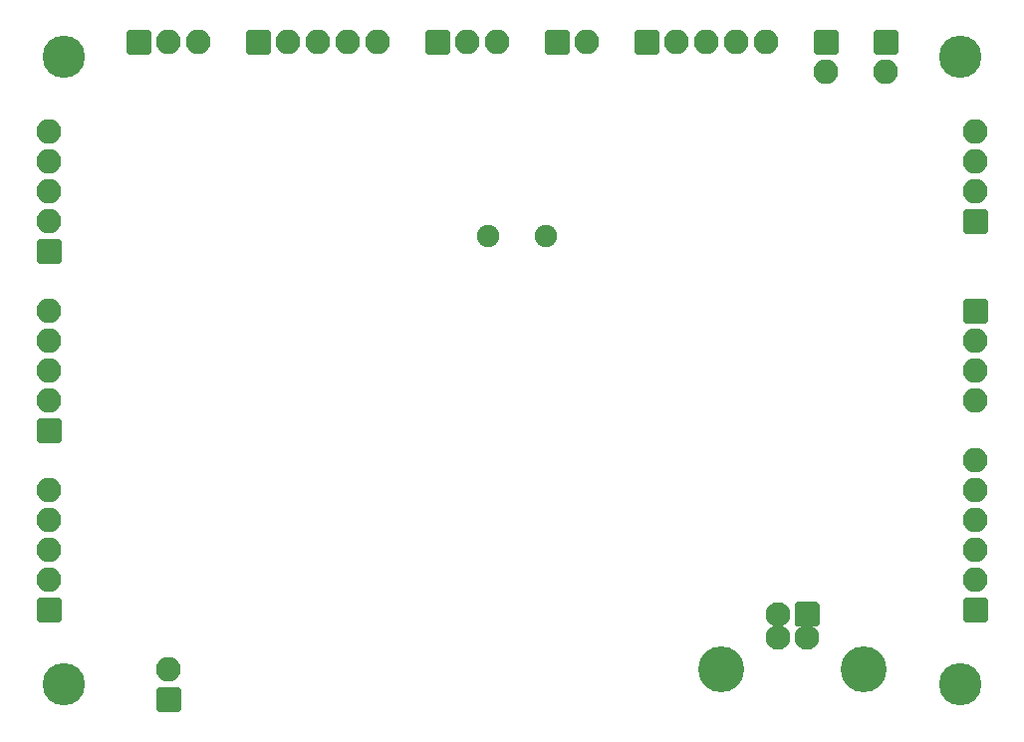
<source format=gbs>
G04 #@! TF.GenerationSoftware,KiCad,Pcbnew,(5.1.9)-1*
G04 #@! TF.CreationDate,2022-04-19T13:51:38+02:00*
G04 #@! TF.ProjectId,thrust_v2,74687275-7374-45f7-9632-2e6b69636164,2.0.3*
G04 #@! TF.SameCoordinates,Original*
G04 #@! TF.FileFunction,Soldermask,Bot*
G04 #@! TF.FilePolarity,Negative*
%FSLAX46Y46*%
G04 Gerber Fmt 4.6, Leading zero omitted, Abs format (unit mm)*
G04 Created by KiCad (PCBNEW (5.1.9)-1) date 2022-04-19 13:51:38*
%MOMM*%
%LPD*%
G01*
G04 APERTURE LIST*
%ADD10C,3.900000*%
%ADD11C,2.100000*%
%ADD12O,2.100000X2.100000*%
%ADD13C,1.900000*%
%ADD14C,3.600000*%
G04 APERTURE END LIST*
D10*
X161290000Y-121920000D03*
X173330000Y-121920000D03*
D11*
X168560000Y-119210000D03*
X166060000Y-119210000D03*
X166060000Y-117210000D03*
G36*
G01*
X167710000Y-116160000D02*
X169410000Y-116160000D01*
G75*
G02*
X169610000Y-116360000I0J-200000D01*
G01*
X169610000Y-118060000D01*
G75*
G02*
X169410000Y-118260000I-200000J0D01*
G01*
X167710000Y-118260000D01*
G75*
G02*
X167510000Y-118060000I0J200000D01*
G01*
X167510000Y-116360000D01*
G75*
G02*
X167710000Y-116160000I200000J0D01*
G01*
G37*
D12*
X165100000Y-68580000D03*
X162560000Y-68580000D03*
X160020000Y-68580000D03*
X157480000Y-68580000D03*
G36*
G01*
X155790000Y-69630000D02*
X154090000Y-69630000D01*
G75*
G02*
X153890000Y-69430000I0J200000D01*
G01*
X153890000Y-67730000D01*
G75*
G02*
X154090000Y-67530000I200000J0D01*
G01*
X155790000Y-67530000D01*
G75*
G02*
X155990000Y-67730000I0J-200000D01*
G01*
X155990000Y-69430000D01*
G75*
G02*
X155790000Y-69630000I-200000J0D01*
G01*
G37*
X132080000Y-68580000D03*
X129540000Y-68580000D03*
X127000000Y-68580000D03*
X124460000Y-68580000D03*
G36*
G01*
X122770000Y-69630000D02*
X121070000Y-69630000D01*
G75*
G02*
X120870000Y-69430000I0J200000D01*
G01*
X120870000Y-67730000D01*
G75*
G02*
X121070000Y-67530000I200000J0D01*
G01*
X122770000Y-67530000D01*
G75*
G02*
X122970000Y-67730000I0J-200000D01*
G01*
X122970000Y-69430000D01*
G75*
G02*
X122770000Y-69630000I-200000J0D01*
G01*
G37*
D13*
X146358000Y-85090000D03*
X141478000Y-85090000D03*
D14*
X105410000Y-123190000D03*
X181610000Y-123190000D03*
X105410000Y-69850000D03*
X181610000Y-69850000D03*
D12*
X182880000Y-104140000D03*
X182880000Y-106680000D03*
X182880000Y-109220000D03*
X182880000Y-111760000D03*
X182880000Y-114300000D03*
G36*
G01*
X183930000Y-115990000D02*
X183930000Y-117690000D01*
G75*
G02*
X183730000Y-117890000I-200000J0D01*
G01*
X182030000Y-117890000D01*
G75*
G02*
X181830000Y-117690000I0J200000D01*
G01*
X181830000Y-115990000D01*
G75*
G02*
X182030000Y-115790000I200000J0D01*
G01*
X183730000Y-115790000D01*
G75*
G02*
X183930000Y-115990000I0J-200000D01*
G01*
G37*
X114300000Y-121920000D03*
G36*
G01*
X115350000Y-123610000D02*
X115350000Y-125310000D01*
G75*
G02*
X115150000Y-125510000I-200000J0D01*
G01*
X113450000Y-125510000D01*
G75*
G02*
X113250000Y-125310000I0J200000D01*
G01*
X113250000Y-123610000D01*
G75*
G02*
X113450000Y-123410000I200000J0D01*
G01*
X115150000Y-123410000D01*
G75*
G02*
X115350000Y-123610000I0J-200000D01*
G01*
G37*
X170180000Y-71120000D03*
G36*
G01*
X169130000Y-69430000D02*
X169130000Y-67730000D01*
G75*
G02*
X169330000Y-67530000I200000J0D01*
G01*
X171030000Y-67530000D01*
G75*
G02*
X171230000Y-67730000I0J-200000D01*
G01*
X171230000Y-69430000D01*
G75*
G02*
X171030000Y-69630000I-200000J0D01*
G01*
X169330000Y-69630000D01*
G75*
G02*
X169130000Y-69430000I0J200000D01*
G01*
G37*
X182880000Y-99060000D03*
X182880000Y-96520000D03*
X182880000Y-93980000D03*
G36*
G01*
X181830000Y-92290000D02*
X181830000Y-90590000D01*
G75*
G02*
X182030000Y-90390000I200000J0D01*
G01*
X183730000Y-90390000D01*
G75*
G02*
X183930000Y-90590000I0J-200000D01*
G01*
X183930000Y-92290000D01*
G75*
G02*
X183730000Y-92490000I-200000J0D01*
G01*
X182030000Y-92490000D01*
G75*
G02*
X181830000Y-92290000I0J200000D01*
G01*
G37*
X182880000Y-76200000D03*
X182880000Y-78740000D03*
X182880000Y-81280000D03*
G36*
G01*
X183930000Y-82970000D02*
X183930000Y-84670000D01*
G75*
G02*
X183730000Y-84870000I-200000J0D01*
G01*
X182030000Y-84870000D01*
G75*
G02*
X181830000Y-84670000I0J200000D01*
G01*
X181830000Y-82970000D01*
G75*
G02*
X182030000Y-82770000I200000J0D01*
G01*
X183730000Y-82770000D01*
G75*
G02*
X183930000Y-82970000I0J-200000D01*
G01*
G37*
X116840000Y-68580000D03*
X114300000Y-68580000D03*
G36*
G01*
X112610000Y-69630000D02*
X110910000Y-69630000D01*
G75*
G02*
X110710000Y-69430000I0J200000D01*
G01*
X110710000Y-67730000D01*
G75*
G02*
X110910000Y-67530000I200000J0D01*
G01*
X112610000Y-67530000D01*
G75*
G02*
X112810000Y-67730000I0J-200000D01*
G01*
X112810000Y-69430000D01*
G75*
G02*
X112610000Y-69630000I-200000J0D01*
G01*
G37*
X142240000Y-68580000D03*
X139700000Y-68580000D03*
G36*
G01*
X138010000Y-69630000D02*
X136310000Y-69630000D01*
G75*
G02*
X136110000Y-69430000I0J200000D01*
G01*
X136110000Y-67730000D01*
G75*
G02*
X136310000Y-67530000I200000J0D01*
G01*
X138010000Y-67530000D01*
G75*
G02*
X138210000Y-67730000I0J-200000D01*
G01*
X138210000Y-69430000D01*
G75*
G02*
X138010000Y-69630000I-200000J0D01*
G01*
G37*
X149860000Y-68580000D03*
G36*
G01*
X148170000Y-69630000D02*
X146470000Y-69630000D01*
G75*
G02*
X146270000Y-69430000I0J200000D01*
G01*
X146270000Y-67730000D01*
G75*
G02*
X146470000Y-67530000I200000J0D01*
G01*
X148170000Y-67530000D01*
G75*
G02*
X148370000Y-67730000I0J-200000D01*
G01*
X148370000Y-69430000D01*
G75*
G02*
X148170000Y-69630000I-200000J0D01*
G01*
G37*
X175260000Y-71120000D03*
G36*
G01*
X174210000Y-69430000D02*
X174210000Y-67730000D01*
G75*
G02*
X174410000Y-67530000I200000J0D01*
G01*
X176110000Y-67530000D01*
G75*
G02*
X176310000Y-67730000I0J-200000D01*
G01*
X176310000Y-69430000D01*
G75*
G02*
X176110000Y-69630000I-200000J0D01*
G01*
X174410000Y-69630000D01*
G75*
G02*
X174210000Y-69430000I0J200000D01*
G01*
G37*
X104140000Y-106680000D03*
X104140000Y-109220000D03*
X104140000Y-111760000D03*
X104140000Y-114300000D03*
G36*
G01*
X105190000Y-115990000D02*
X105190000Y-117690000D01*
G75*
G02*
X104990000Y-117890000I-200000J0D01*
G01*
X103290000Y-117890000D01*
G75*
G02*
X103090000Y-117690000I0J200000D01*
G01*
X103090000Y-115990000D01*
G75*
G02*
X103290000Y-115790000I200000J0D01*
G01*
X104990000Y-115790000D01*
G75*
G02*
X105190000Y-115990000I0J-200000D01*
G01*
G37*
X104140000Y-91440000D03*
X104140000Y-93980000D03*
X104140000Y-96520000D03*
X104140000Y-99060000D03*
G36*
G01*
X105190000Y-100750000D02*
X105190000Y-102450000D01*
G75*
G02*
X104990000Y-102650000I-200000J0D01*
G01*
X103290000Y-102650000D01*
G75*
G02*
X103090000Y-102450000I0J200000D01*
G01*
X103090000Y-100750000D01*
G75*
G02*
X103290000Y-100550000I200000J0D01*
G01*
X104990000Y-100550000D01*
G75*
G02*
X105190000Y-100750000I0J-200000D01*
G01*
G37*
X104140000Y-76200000D03*
X104140000Y-78740000D03*
X104140000Y-81280000D03*
X104140000Y-83820000D03*
G36*
G01*
X105190000Y-85510000D02*
X105190000Y-87210000D01*
G75*
G02*
X104990000Y-87410000I-200000J0D01*
G01*
X103290000Y-87410000D01*
G75*
G02*
X103090000Y-87210000I0J200000D01*
G01*
X103090000Y-85510000D01*
G75*
G02*
X103290000Y-85310000I200000J0D01*
G01*
X104990000Y-85310000D01*
G75*
G02*
X105190000Y-85510000I0J-200000D01*
G01*
G37*
M02*

</source>
